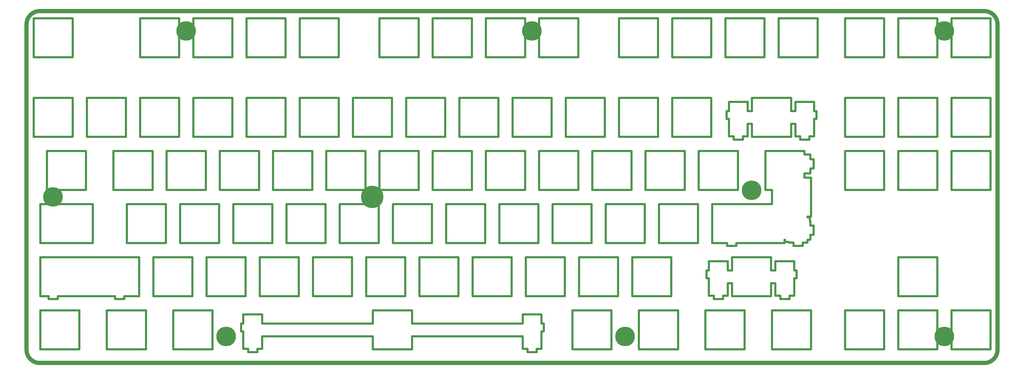
<source format=gts>
G04 #@! TF.GenerationSoftware,KiCad,Pcbnew,(7.0.0)*
G04 #@! TF.CreationDate,2023-02-27T14:32:52+01:00*
G04 #@! TF.ProjectId,Belja80_plate,42656c6a-6138-4305-9f70-6c6174652e6b,1.0*
G04 #@! TF.SameCoordinates,Original*
G04 #@! TF.FileFunction,Soldermask,Top*
G04 #@! TF.FilePolarity,Negative*
%FSLAX46Y46*%
G04 Gerber Fmt 4.6, Leading zero omitted, Abs format (unit mm)*
G04 Created by KiCad (PCBNEW (7.0.0)) date 2023-02-27 14:32:52*
%MOMM*%
%LPD*%
G01*
G04 APERTURE LIST*
%ADD10C,0.800000*%
%ADD11C,1.500000*%
%ADD12C,7.000000*%
%ADD13C,8.000000*%
G04 APERTURE END LIST*
D10*
X191148915Y-135586700D02*
X177149915Y-135586700D01*
X177149915Y-121587400D01*
X191148915Y-121587400D01*
X191148915Y-135586700D01*
X257823915Y-116536700D02*
X243824915Y-116536700D01*
X243824915Y-102537400D01*
X257823915Y-102537400D01*
X257823915Y-116536700D01*
X248298915Y-135586700D02*
X234299915Y-135586700D01*
X234299915Y-121587400D01*
X248298915Y-121587400D01*
X248298915Y-135586700D01*
X376886915Y-135586700D02*
X362886915Y-135586700D01*
X362886915Y-121587400D01*
X376886915Y-121587400D01*
X376886915Y-135586700D01*
X357836915Y-192736860D02*
X343836915Y-192736860D01*
X343836915Y-178737400D01*
X357836915Y-178737400D01*
X357836915Y-192736860D01*
X124473915Y-87961500D02*
X110474615Y-87961500D01*
X110474615Y-73962500D01*
X124473915Y-73962500D01*
X124473915Y-87961500D01*
X357836915Y-87961500D02*
X343836915Y-87961500D01*
X343836915Y-73962500D01*
X357836915Y-73962500D01*
X357836915Y-87961500D01*
X53036615Y-135586700D02*
X39037075Y-135586700D01*
X39037075Y-121587400D01*
X53036615Y-121587400D01*
X53036615Y-135586700D01*
X338786915Y-116536700D02*
X324786915Y-116536700D01*
X324786915Y-102537400D01*
X338786915Y-102537400D01*
X338786915Y-116536700D01*
X314973915Y-87961500D02*
X300974915Y-87961500D01*
X300974915Y-73962500D01*
X314973915Y-73962500D01*
X314973915Y-87961500D01*
X129236415Y-173686900D02*
X115237115Y-173686900D01*
X115237115Y-159687500D01*
X129236415Y-159687500D01*
X129236415Y-173686900D01*
X312592915Y-192736860D02*
X298591915Y-192736860D01*
X298591915Y-178737400D01*
X312592915Y-178737400D01*
X312592915Y-192736860D01*
X253061915Y-154636700D02*
X239061915Y-154636700D01*
X239061915Y-140637400D01*
X253061915Y-140637400D01*
X253061915Y-154636700D01*
X376886915Y-192736860D02*
X362886915Y-192736860D01*
X362886915Y-178737400D01*
X376886915Y-178737400D01*
X376886915Y-192736860D01*
X105423915Y-87961500D02*
X91424615Y-87961500D01*
X91424615Y-73962500D01*
X105423915Y-73962500D01*
X105423915Y-87961500D01*
X338786915Y-135586700D02*
X324786915Y-135586700D01*
X324786915Y-121587400D01*
X338786915Y-121587400D01*
X338786915Y-135586700D01*
X205436915Y-173686900D02*
X191436915Y-173686900D01*
X191436915Y-159687500D01*
X205436915Y-159687500D01*
X205436915Y-173686900D01*
X338786915Y-192736860D02*
X324786915Y-192736860D01*
X324786915Y-178737400D01*
X338786915Y-178737400D01*
X338786915Y-192736860D01*
X195911915Y-154636700D02*
X181911915Y-154636700D01*
X181911915Y-140637400D01*
X195911915Y-140637400D01*
X195911915Y-154636700D01*
X95898915Y-135586700D02*
X81899615Y-135586700D01*
X81899615Y-121587400D01*
X95898915Y-121587400D01*
X95898915Y-135586700D01*
X114948915Y-135586700D02*
X100949615Y-135586700D01*
X100949615Y-121587400D01*
X114948915Y-121587400D01*
X114948915Y-135586700D01*
X67323915Y-116536700D02*
X53324615Y-116536700D01*
X53324615Y-102537400D01*
X67323915Y-102537400D01*
X67323915Y-116536700D01*
X86373915Y-87961500D02*
X72374615Y-87961500D01*
X72374615Y-73962500D01*
X86373915Y-73962500D01*
X86373915Y-87961500D01*
X181623915Y-116536700D02*
X167624915Y-116536700D01*
X167624915Y-102537400D01*
X181623915Y-102537400D01*
X181623915Y-116536700D01*
X264967915Y-192736860D02*
X250966915Y-192736860D01*
X250966915Y-178737400D01*
X264967915Y-178737400D01*
X264967915Y-192736860D01*
X298304915Y-164387900D02*
X299830915Y-164387900D01*
X299830915Y-161157700D01*
X306579915Y-161157700D01*
X306579915Y-164387900D01*
X307405915Y-164387900D01*
X307405915Y-167186700D01*
X306579915Y-167186700D01*
X306579915Y-173456700D01*
X304854915Y-173456700D01*
X304854915Y-174657000D01*
X301555915Y-174657000D01*
X301555915Y-173456700D01*
X299830915Y-173456700D01*
X299830915Y-168987800D01*
X298304915Y-168987800D01*
X298304915Y-173686900D01*
X284304915Y-173686900D01*
X284304915Y-168987800D01*
X282780915Y-168987800D01*
X282780915Y-173456700D01*
X281054915Y-173456700D01*
X281054915Y-174657000D01*
X277755915Y-174657000D01*
X277755915Y-173456700D01*
X276030915Y-173456700D01*
X276030915Y-167186700D01*
X275204915Y-167186700D01*
X275204915Y-164387900D01*
X276030915Y-164387900D01*
X276030915Y-161157700D01*
X282780915Y-161157700D01*
X282780915Y-164387900D01*
X284304915Y-164387900D01*
X284304915Y-159687500D01*
X298304915Y-159687500D01*
X298304915Y-164387900D01*
X224486915Y-173686900D02*
X210486915Y-173686900D01*
X210486915Y-159687500D01*
X224486915Y-159687500D01*
X224486915Y-173686900D01*
X91136415Y-173686900D02*
X77137115Y-173686900D01*
X77137115Y-159687500D01*
X91136415Y-159687500D01*
X91136415Y-173686900D01*
X105423915Y-116536700D02*
X91424615Y-116536700D01*
X91424615Y-102537400D01*
X105423915Y-102537400D01*
X105423915Y-116536700D01*
X55417815Y-154636700D02*
X36655825Y-154636700D01*
X36655825Y-140637400D01*
X55417815Y-140637400D01*
X55417815Y-154636700D01*
X229248915Y-87961500D02*
X215249915Y-87961500D01*
X215249915Y-73962500D01*
X229248915Y-73962500D01*
X229248915Y-87961500D01*
X376886915Y-87961500D02*
X362886915Y-87961500D01*
X362886915Y-73962500D01*
X376886915Y-73962500D01*
X376886915Y-87961500D01*
X338786915Y-87961500D02*
X324786915Y-87961500D01*
X324786915Y-73962500D01*
X338786915Y-73962500D01*
X338786915Y-87961500D01*
X100661415Y-154636700D02*
X86662115Y-154636700D01*
X86662115Y-140637400D01*
X100661415Y-140637400D01*
X100661415Y-154636700D01*
X295923915Y-87961500D02*
X281924915Y-87961500D01*
X281924915Y-73962500D01*
X295923915Y-73962500D01*
X295923915Y-87961500D01*
X276873915Y-87961500D02*
X262874915Y-87961500D01*
X262874915Y-73962500D01*
X276873915Y-73962500D01*
X276873915Y-87961500D01*
X210198915Y-87961500D02*
X196199915Y-87961500D01*
X196199915Y-73962500D01*
X210198915Y-73962500D01*
X210198915Y-87961500D01*
X76848915Y-135586700D02*
X62849615Y-135586700D01*
X62849615Y-121587400D01*
X76848915Y-121587400D01*
X76848915Y-135586700D01*
X124473915Y-116536700D02*
X110474615Y-116536700D01*
X110474615Y-102537400D01*
X124473915Y-102537400D01*
X124473915Y-116536700D01*
X48274115Y-116536700D02*
X34274565Y-116536700D01*
X34274565Y-102537400D01*
X48274115Y-102537400D01*
X48274115Y-116536700D01*
X143523915Y-87961500D02*
X129523215Y-87961500D01*
X129523215Y-73962500D01*
X143523915Y-73962500D01*
X143523915Y-87961500D01*
X186386915Y-173686900D02*
X172386915Y-173686900D01*
X172386915Y-159687500D01*
X186386915Y-159687500D01*
X186386915Y-173686900D01*
X48274115Y-87961500D02*
X34274565Y-87961500D01*
X34274565Y-73962500D01*
X48274115Y-73962500D01*
X48274115Y-87961500D01*
X219723915Y-116536700D02*
X205724915Y-116536700D01*
X205724915Y-102537400D01*
X219723915Y-102537400D01*
X219723915Y-116536700D01*
X153048915Y-135586700D02*
X139049915Y-135586700D01*
X139049915Y-121587400D01*
X153048915Y-121587400D01*
X153048915Y-135586700D01*
X288779915Y-192736860D02*
X274780915Y-192736860D01*
X274780915Y-178737400D01*
X288779915Y-178737400D01*
X288779915Y-192736860D01*
X157811915Y-154636700D02*
X143811915Y-154636700D01*
X143811915Y-140637400D01*
X157811915Y-140637400D01*
X157811915Y-154636700D01*
X74467715Y-192736860D02*
X60466915Y-192736860D01*
X60466915Y-178737400D01*
X74467715Y-178737400D01*
X74467715Y-192736860D01*
X257823915Y-87961500D02*
X243824915Y-87961500D01*
X243824915Y-73962500D01*
X257823915Y-73962500D01*
X257823915Y-87961500D01*
X72086415Y-173686900D02*
X66730115Y-173686900D01*
X66730115Y-174657000D01*
X63429715Y-174657000D01*
X63429715Y-173686900D01*
X42930015Y-173686900D01*
X42930015Y-174657000D01*
X39631005Y-174657000D01*
X39631005Y-173686900D01*
X36655825Y-173686900D01*
X36655825Y-159687500D01*
X72086415Y-159687500D01*
X72086415Y-173686900D01*
X143523915Y-116536700D02*
X129523215Y-116536700D01*
X129523215Y-102537400D01*
X143523915Y-102537400D01*
X143523915Y-116536700D01*
X86373915Y-116536700D02*
X72374615Y-116536700D01*
X72374615Y-102537400D01*
X86373915Y-102537400D01*
X86373915Y-116536700D01*
X110186415Y-173686900D02*
X96187115Y-173686900D01*
X96187115Y-159687500D01*
X110186415Y-159687500D01*
X110186415Y-173686900D01*
X262586915Y-173686900D02*
X248586915Y-173686900D01*
X248586915Y-159687500D01*
X262586915Y-159687500D01*
X262586915Y-173686900D01*
X176861915Y-154636700D02*
X162861915Y-154636700D01*
X162861915Y-140637400D01*
X176861915Y-140637400D01*
X176861915Y-154636700D01*
X162573915Y-116536700D02*
X148572915Y-116536700D01*
X148572915Y-102537400D01*
X162573915Y-102537400D01*
X162573915Y-116536700D01*
X267348915Y-135586700D02*
X253349915Y-135586700D01*
X253349915Y-121587400D01*
X267348915Y-121587400D01*
X267348915Y-135586700D01*
X286398915Y-135586700D02*
X272399915Y-135586700D01*
X272399915Y-121587400D01*
X286398915Y-121587400D01*
X286398915Y-135586700D01*
X241154915Y-192736860D02*
X227155915Y-192736860D01*
X227155915Y-178737400D01*
X241154915Y-178737400D01*
X241154915Y-192736860D01*
X276873915Y-116536700D02*
X262874915Y-116536700D01*
X262874915Y-102537400D01*
X276873915Y-102537400D01*
X276873915Y-116536700D01*
X119711415Y-154636700D02*
X105712115Y-154636700D01*
X105712115Y-140637400D01*
X119711415Y-140637400D01*
X119711415Y-154636700D01*
X305448915Y-107237900D02*
X306974915Y-107237900D01*
X306974915Y-104007800D01*
X313723915Y-104007800D01*
X313723915Y-107237900D01*
X314549915Y-107237900D01*
X314549915Y-110036800D01*
X313723915Y-110036800D01*
X313723915Y-116306700D01*
X311998915Y-116306700D01*
X311998915Y-117506900D01*
X308699915Y-117506900D01*
X308699915Y-116306700D01*
X306974915Y-116306700D01*
X306974915Y-111837700D01*
X305448915Y-111837700D01*
X305448915Y-116536700D01*
X291449915Y-116536700D01*
X291449915Y-111837700D01*
X289923915Y-111837700D01*
X289923915Y-116306700D01*
X288198915Y-116306700D01*
X288198915Y-117506900D01*
X284897915Y-117506900D01*
X284897915Y-116306700D01*
X283174915Y-116306700D01*
X283174915Y-110036800D01*
X282348915Y-110036800D01*
X282348915Y-107237900D01*
X283174915Y-107237900D01*
X283174915Y-104007800D01*
X289923915Y-104007800D01*
X289923915Y-107237900D01*
X291449915Y-107237900D01*
X291449915Y-102537400D01*
X305448915Y-102537400D01*
X305448915Y-107237900D01*
X148286915Y-173686900D02*
X134286915Y-173686900D01*
X134286915Y-159687500D01*
X148286915Y-159687500D01*
X148286915Y-173686900D01*
X167336915Y-173686900D02*
X153336915Y-173686900D01*
X153336915Y-159687500D01*
X167336915Y-159687500D01*
X167336915Y-173686900D01*
X234011915Y-154636700D02*
X220011915Y-154636700D01*
X220011915Y-140637400D01*
X234011915Y-140637400D01*
X234011915Y-154636700D01*
D11*
X374650000Y-71437500D02*
X374650000Y-71437500D01*
G75*
G02*
X379412500Y-76200017I-100J-4762600D01*
G01*
X379412500Y-192881250D01*
G75*
G02*
X374649983Y-197643800I-4762500J-50D01*
G01*
X374650000Y-197643750D01*
X36512500Y-197643750D01*
G75*
G02*
X31750000Y-192881250I-40J4762460D01*
G01*
X31750000Y-76200000D01*
G75*
G02*
X36512500Y-71437500I4762500J0D01*
G01*
X374650000Y-71437500D01*
D10*
X81611415Y-154636700D02*
X67612115Y-154636700D01*
X67612115Y-140637400D01*
X81611415Y-140637400D01*
X81611415Y-154636700D01*
X310211915Y-122837300D02*
X312362915Y-122837300D01*
X312362915Y-124562400D01*
X313562915Y-124562400D01*
X313562915Y-127861600D01*
X312362915Y-127861600D01*
X312362915Y-129587000D01*
X310211915Y-129587000D01*
X310211915Y-131112400D01*
X312592915Y-131112400D01*
X312592915Y-145111700D01*
X311342915Y-145111700D01*
X311342915Y-145337900D01*
X312166915Y-145337900D01*
X312166915Y-146637500D01*
X312362915Y-146637500D01*
X312362915Y-148362600D01*
X313562915Y-148362600D01*
X313562915Y-151661800D01*
X312362915Y-151661800D01*
X312362915Y-153386800D01*
X311342915Y-153386800D01*
X311342915Y-154406700D01*
X309617915Y-154406700D01*
X309617915Y-155606900D01*
X306316915Y-155606900D01*
X306316915Y-154406700D01*
X304591915Y-154406700D01*
X304591915Y-154212300D01*
X303291915Y-154212300D01*
X303291915Y-153386800D01*
X303067915Y-153386800D01*
X303067915Y-154636700D01*
X285815915Y-154636700D01*
X285815915Y-155606900D01*
X282516915Y-155606900D01*
X282516915Y-154636700D01*
X277161915Y-154636700D01*
X277161915Y-140637400D01*
X298591915Y-140637400D01*
X298591915Y-135586700D01*
X296211915Y-135586700D01*
X296211915Y-121587400D01*
X310211915Y-121587400D01*
X310211915Y-122837300D01*
X272111915Y-154636700D02*
X258111915Y-154636700D01*
X258111915Y-140637400D01*
X272111915Y-140637400D01*
X272111915Y-154636700D01*
X357836915Y-135586700D02*
X343836915Y-135586700D01*
X343836915Y-121587400D01*
X357836915Y-121587400D01*
X357836915Y-135586700D01*
X50655315Y-192736860D02*
X36655825Y-192736860D01*
X36655825Y-178737400D01*
X50655315Y-178737400D01*
X50655315Y-192736860D01*
X169717915Y-183437900D02*
X209341915Y-183437900D01*
X209341915Y-180207700D01*
X216092915Y-180207700D01*
X216092915Y-183437900D01*
X216916915Y-183437900D01*
X216916915Y-186236660D01*
X216092915Y-186236660D01*
X216092915Y-192506730D01*
X214367915Y-192506730D01*
X214367915Y-193707000D01*
X211066915Y-193707000D01*
X211066915Y-192506730D01*
X209341915Y-192506730D01*
X209341915Y-188037770D01*
X169717915Y-188037770D01*
X169717915Y-192736860D01*
X155716915Y-192736860D01*
X155716915Y-188037770D01*
X116093015Y-188037770D01*
X116093015Y-192506730D01*
X114367515Y-192506730D01*
X114367515Y-193707000D01*
X111066915Y-193707000D01*
X111066915Y-192506730D01*
X109341915Y-192506730D01*
X109341915Y-186236660D01*
X108517815Y-186236660D01*
X108517815Y-183437900D01*
X109341915Y-183437900D01*
X109341915Y-180207700D01*
X116093015Y-180207700D01*
X116093015Y-183437900D01*
X155716915Y-183437900D01*
X155716915Y-178737400D01*
X169717915Y-178737400D01*
X169717915Y-183437900D01*
X229248915Y-135586700D02*
X215249915Y-135586700D01*
X215249915Y-121587400D01*
X229248915Y-121587400D01*
X229248915Y-135586700D01*
X243536915Y-173686900D02*
X229536915Y-173686900D01*
X229536915Y-159687500D01*
X243536915Y-159687500D01*
X243536915Y-173686900D01*
X98280215Y-192736860D02*
X84280915Y-192736860D01*
X84280915Y-178737400D01*
X98280215Y-178737400D01*
X98280215Y-192736860D01*
X357836915Y-116536700D02*
X343836915Y-116536700D01*
X343836915Y-102537400D01*
X357836915Y-102537400D01*
X357836915Y-116536700D01*
X357836915Y-173686900D02*
X343836915Y-173686900D01*
X343836915Y-159687500D01*
X357836915Y-159687500D01*
X357836915Y-173686900D01*
X172098915Y-135586700D02*
X158099915Y-135586700D01*
X158099915Y-121587400D01*
X172098915Y-121587400D01*
X172098915Y-135586700D01*
X210198915Y-135586700D02*
X196199915Y-135586700D01*
X196199915Y-121587400D01*
X210198915Y-121587400D01*
X210198915Y-135586700D01*
X238773915Y-116536700D02*
X224774915Y-116536700D01*
X224774915Y-102537400D01*
X238773915Y-102537400D01*
X238773915Y-116536700D01*
X200673915Y-116536700D02*
X186674915Y-116536700D01*
X186674915Y-102537400D01*
X200673915Y-102537400D01*
X200673915Y-116536700D01*
X214961915Y-154636700D02*
X200961915Y-154636700D01*
X200961915Y-140637400D01*
X214961915Y-140637400D01*
X214961915Y-154636700D01*
X191148915Y-87961500D02*
X177149915Y-87961500D01*
X177149915Y-73962500D01*
X191148915Y-73962500D01*
X191148915Y-87961500D01*
X133998915Y-135586700D02*
X119999615Y-135586700D01*
X119999615Y-121587400D01*
X133998915Y-121587400D01*
X133998915Y-135586700D01*
X172098915Y-87961500D02*
X158099915Y-87961500D01*
X158099915Y-73962500D01*
X172098915Y-73962500D01*
X172098915Y-87961500D01*
X376886915Y-116536700D02*
X362886915Y-116536700D01*
X362886915Y-102537400D01*
X376886915Y-102537400D01*
X376886915Y-116536700D01*
X138761915Y-154636700D02*
X124762115Y-154636700D01*
X124762115Y-140637400D01*
X138761915Y-140637400D01*
X138761915Y-154636700D01*
D12*
X41275000Y-138112500D03*
X360362500Y-78581250D03*
X291306250Y-135731250D03*
X360362500Y-188118750D03*
X103187500Y-188118750D03*
X88900000Y-78581250D03*
D13*
X155575000Y-138112500D03*
D12*
X246062500Y-188118750D03*
X212725000Y-78581250D03*
M02*

</source>
